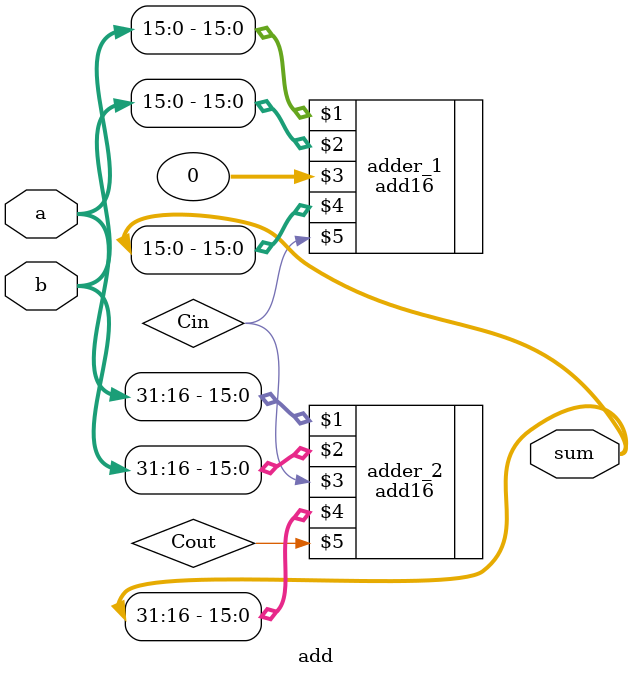
<source format=v>
module add(

    input[31:0] a,
    input[31:0] b,
    output[31:0] sum
);

    wire Cin;
    wire Cout;

    add16 adder_1( a[15:0], b[15:0], 0, sum[15:0] ,Cin);
    add16 adder_2( a[31:16], b[31:16], Cin, sum[31:16] ,Cout);

endmodule

/*
module add16 (
    input   [15 : 0]    a,
    input   [15 : 0]    b,
    input               cin,
    output  [15 : 0]    sum,
    output              cout
);

    assign {cout, sum} = a + b + cin;

endmodule
*/
</source>
